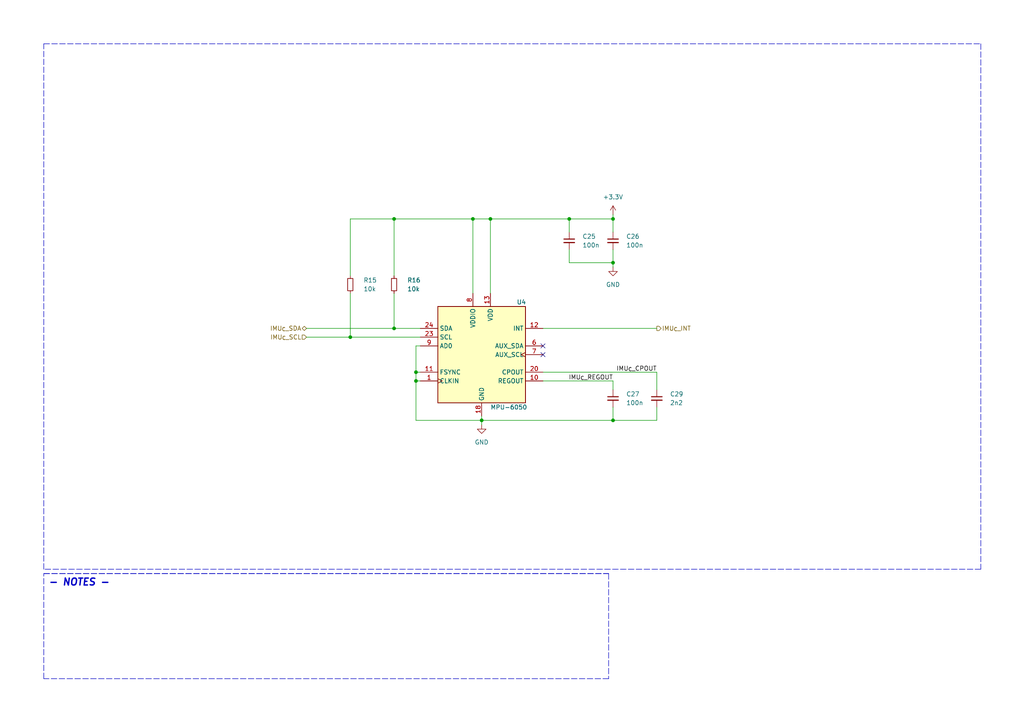
<source format=kicad_sch>
(kicad_sch (version 20211123) (generator eeschema)
  (paper "A4")
  (title_block (title "Caliban") (date "2023-02-25") (rev "A"))
  (lib_symbols
    (symbol "Device:C_Small" (pin_numbers hide) (pin_names (offset 0.254) hide)
      (property "Reference" "C" (at 0.254 1.778 0))
      (property "Value" "C_Small" (at 0.254 -2.032 0))
      (symbol "C_Small_0_1"
        (polyline (pts (xy -1.524 -0.508) (xy 1.524 -0.508)) (stroke (width 0.3302)))
        (polyline (pts (xy -1.524 0.508) (xy 1.524 0.508)) (stroke (width 0.3048)))
      )
      (symbol "C_Small_1_1"
        (pin passive line (at 0 2.54 270) (length 2.032) (name "~") (number "1"))
        (pin passive line (at 0 -2.54 90) (length 2.032) (name "~") (number "2"))
      )
    )
    (symbol "Device:R_Small" (pin_numbers hide) (pin_names (offset 0.254) hide)
      (property "Reference" "R" (at 0.762 0.508 0))
      (property "Value" "R_Small" (at 0.762 -1.016 0))
      (symbol "R_Small_0_1"
        (rectangle (start -0.762 1.778) (end 0.762 -1.778) (stroke (width 0.2032)))
      )
      (symbol "R_Small_1_1"
        (pin passive line (at 0 2.54 270) (length 0.762) (name "~") (number "1"))
        (pin passive line (at 0 -2.54 90) (length 0.762) (name "~") (number "2"))
      )
    )
    (symbol "Sensor_Motion:MPU-6050"
      (property "Reference" "U" (at -11.43 13.97 0))
      (property "Value" "MPU-6050" (at 7.62 -15.24 0))
      (symbol "MPU-6050_0_0"
        (text "" (at 12.7 -2.54 0) (effects (font (size 1.27 1.27))))
      )
      (symbol "MPU-6050_0_1"
        (rectangle (start -12.7 13.97) (end 12.7 -13.97) (stroke (width 0.254)) (fill (type background)))
      )
      (symbol "MPU-6050_1_1"
        (pin input clock (at -17.78 -7.62 0) (length 5.08) (name "CLKIN") (number "1"))
        (pin passive line (at 17.78 -7.62 180) (length 5.08) (name "REGOUT") (number "10"))
        (pin input line (at -17.78 -5.08 0) (length 5.08) (name "FSYNC") (number "11"))
        (pin output line (at 17.78 7.62 180) (length 5.08) (name "INT") (number "12"))
        (pin power_in line (at 2.54 17.78 270) (length 3.81) (name "VDD") (number "13"))
        (pin no_connect line (at -12.7 -10.16 0) (length 2.54) hide (name "NC") (number "14"))
        (pin no_connect line (at 12.7 12.7 180) (length 2.54) hide (name "NC") (number "15"))
        (pin no_connect line (at 12.7 10.16 180) (length 2.54) hide (name "NC") (number "16"))
        (pin no_connect line (at 12.7 5.08 180) (length 2.54) hide (name "NC") (number "17"))
        (pin power_in line (at 0 -17.78 90) (length 3.81) (name "GND") (number "18"))
        (pin no_connect line (at 12.7 -10.16 180) (length 2.54) hide (name "NC") (number "19"))
        (pin no_connect line (at -12.7 12.7 0) (length 2.54) hide (name "NC") (number "2"))
        (pin passive line (at 17.78 -5.08 180) (length 5.08) (name "CPOUT") (number "20"))
        (pin no_connect line (at 12.7 -2.54 180) (length 2.54) hide (name "NC") (number "21"))
        (pin no_connect line (at 12.7 -12.7 180) (length 2.54) hide (name "NC") (number "22"))
        (pin input line (at -17.78 5.08 0) (length 5.08) (name "SCL") (number "23"))
        (pin bidirectional line (at -17.78 7.62 0) (length 5.08) (name "SDA") (number "24"))
        (pin no_connect line (at -12.7 10.16 0) (length 2.54) hide (name "NC") (number "3"))
        (pin no_connect line (at -12.7 0 0) (length 2.54) hide (name "NC") (number "4"))
        (pin no_connect line (at -12.7 -2.54 0) (length 2.54) hide (name "NC") (number "5"))
        (pin bidirectional line (at 17.78 2.54 180) (length 5.08) (name "AUX_SDA") (number "6"))
        (pin output clock (at 17.78 0 180) (length 5.08) (name "AUX_SCL") (number "7"))
        (pin power_in line (at -2.54 17.78 270) (length 3.81) (name "VDDIO") (number "8"))
        (pin input line (at -17.78 2.54 0) (length 5.08) (name "AD0") (number "9"))
      )
    )
    (symbol "power:+3.3V" (power) (pin_names (offset 0))
      (property "Value" "+3.3V" (at 0 3.556 0))
      (symbol "+3.3V_0_1"
        (polyline (pts (xy -0.762 1.27) (xy 0 2.54)))
        (polyline (pts (xy 0 0) (xy 0 2.54)))
        (polyline (pts (xy 0 2.54) (xy 0.762 1.27)))
      )
      (symbol "+3.3V_1_1"
        (pin power_in line (at 0 0 90) (length 0) hide (name "+3.3V") (number "1"))
      )
    )
    (symbol "power:GND" (power) (pin_names (offset 0))
      (property "Value" "GND" (at 0 -3.81 0))
      (symbol "GND_0_1"
        (polyline (pts (xy 0 0) (xy 0 -1.27) (xy 1.27 -1.27) (xy 0 -2.54) (xy -1.27 -1.27) (xy 0 -1.27)))
      )
      (symbol "GND_1_1"
        (pin power_in line (at 0 0 270) (length 0) hide (name "GND") (number "1"))
      )
    )
  )
  (junction (at 142.24 63.5))
  (junction (at 177.8 63.5))
  (junction (at 137.16 63.5))
  (junction (at 120.65 107.95))
  (junction (at 114.3 95.25))
  (junction (at 177.8 76.2))
  (junction (at 114.3 63.5))
  (junction (at 165.1 63.5))
  (junction (at 101.6 97.79))
  (junction (at 120.65 110.49))
  (junction (at 177.8 121.92))
  (junction (at 139.7 121.92))
  (no_connect (at 157.48 102.87))
  (no_connect (at 157.48 100.33))
  (wire (pts (xy 101.6 80.01) (xy 101.6 63.5)))
  (polyline (pts (xy 176.53 166.37) (xy 176.53 196.85)))
  (wire (pts (xy 142.24 63.5) (xy 142.24 85.09)))
  (wire (pts (xy 177.8 62.23) (xy 177.8 63.5)))
  (wire (pts (xy 121.92 107.95) (xy 120.65 107.95)))
  (wire (pts (xy 101.6 63.5) (xy 114.3 63.5)))
  (wire (pts (xy 114.3 63.5) (xy 137.16 63.5)))
  (wire (pts (xy 177.8 67.31) (xy 177.8 63.5)))
  (wire (pts (xy 101.6 85.09) (xy 101.6 97.79)))
  (wire (pts (xy 190.5 118.11) (xy 190.5 121.92)))
  (polyline (pts (xy 12.7 165.1) (xy 12.7 12.7)))
  (wire (pts (xy 165.1 67.31) (xy 165.1 63.5)))
  (wire (pts (xy 165.1 72.39) (xy 165.1 76.2)))
  (polyline (pts (xy 12.7 166.37) (xy 176.53 166.37)))
  (wire (pts (xy 165.1 76.2) (xy 177.8 76.2)))
  (polyline (pts (xy 284.48 165.1) (xy 12.7 165.1)))
  (wire (pts (xy 114.3 85.09) (xy 114.3 95.25)))
  (wire (pts (xy 139.7 121.92) (xy 177.8 121.92)))
  (wire (pts (xy 177.8 72.39) (xy 177.8 76.2)))
  (polyline (pts (xy 284.48 12.7) (xy 284.48 165.1)))
  (wire (pts (xy 101.6 97.79) (xy 121.92 97.79)))
  (wire (pts (xy 177.8 121.92) (xy 177.8 118.11)))
  (polyline (pts (xy 12.7 166.37) (xy 176.53 166.37)))
  (wire (pts (xy 120.65 110.49) (xy 121.92 110.49)))
  (polyline (pts (xy 12.7 196.85) (xy 12.7 166.37)))
  (wire (pts (xy 139.7 121.92) (xy 139.7 123.19)))
  (wire (pts (xy 114.3 80.01) (xy 114.3 63.5)))
  (wire (pts (xy 177.8 113.03) (xy 177.8 110.49)))
  (wire (pts (xy 137.16 63.5) (xy 137.16 85.09)))
  (wire (pts (xy 121.92 100.33) (xy 120.65 100.33)))
  (wire (pts (xy 177.8 76.2) (xy 177.8 77.47)))
  (wire (pts (xy 190.5 107.95) (xy 157.48 107.95)))
  (wire (pts (xy 120.65 110.49) (xy 120.65 121.92)))
  (wire (pts (xy 190.5 113.03) (xy 190.5 107.95)))
  (wire (pts (xy 88.9 95.25) (xy 114.3 95.25)))
  (wire (pts (xy 120.65 121.92) (xy 139.7 121.92)))
  (wire (pts (xy 114.3 95.25) (xy 121.92 95.25)))
  (wire (pts (xy 142.24 63.5) (xy 165.1 63.5)))
  (wire (pts (xy 165.1 63.5) (xy 177.8 63.5)))
  (wire (pts (xy 157.48 95.25) (xy 190.5 95.25)))
  (wire (pts (xy 139.7 121.92) (xy 139.7 120.65)))
  (wire (pts (xy 157.48 110.49) (xy 177.8 110.49)))
  (wire (pts (xy 120.65 107.95) (xy 120.65 110.49)))
  (polyline (pts (xy 176.53 196.85) (xy 12.7 196.85)))
  (wire (pts (xy 137.16 63.5) (xy 142.24 63.5)))
  (wire (pts (xy 177.8 121.92) (xy 190.5 121.92)))
  (wire (pts (xy 120.65 100.33) (xy 120.65 107.95)))
  (polyline (pts (xy 12.7 12.7) (xy 284.48 12.7)))
  (wire (pts (xy 88.9 97.79) (xy 101.6 97.79)))
  (text "- NOTES -" (at 13.97 170.18 0) (effects (font (size 2 2) (thickness 0.4) bold italic) (justify left bottom)))
  (label "IMU_{C}_REGOUT" (at 177.8 110.49 180))
  (label "IMU_{C}_CPOUT" (at 190.5 107.95 180))
  (hierarchical_label "IMU_{C}_SDA" (shape bidirectional) (at 88.9 95.25 180))
  (hierarchical_label "IMU_{C}_INT" (shape output) (at 190.5 95.25 0))
  (hierarchical_label "IMU_{C}_SCL" (shape input) (at 88.9 97.79 180))
  (symbol (lib_id "Sensor_Motion:MPU-6050") (at 139.7 102.87 0) (unit 1)
    (property "Reference" "U4" (at 149.86 87.63 0) (effects (justify left)))
    (property "Value" "MPU-6050" (at 142.24 118.11 0) (effects (justify left)))
    (property "Footprint" "Sensor_Motion:InvenSense_QFN-24_4x4mm_P0.5mm" (effects hide))
    (property "Datasheet" "https://store.invensense.com/datasheets/invensense/MPU-6050_DataSheet_V3%204.pdf" (effects hide))
  )
  (symbol (lib_id "Device:R_Small") (at 101.6 82.55 0) (unit 1)
    (property "Reference" "R15" (at 105.41 81.2799 0) (effects (justify left)))
    (property "Value" "10k" (at 105.41 83.8199 0) (effects (justify left)))
    (property "Footprint" "Resistor_SMD:R_0402_1005Metric_Pad0.72x0.64mm_HandSolder" (effects hide))
  )
  (symbol (lib_id "Device:C_Small") (at 190.5 115.57 0) (unit 1)
    (property "Reference" "C29" (at 194.31 114.3062 0) (effects (justify left)))
    (property "Value" "2n2" (at 194.31 116.8462 0) (effects (justify left)))
    (property "Footprint" "Capacitor_SMD:C_0402_1005Metric_Pad0.74x0.62mm_HandSolder" (effects hide))
  )
  (symbol (lib_id "Device:C_Small") (at 177.8 69.85 0) (unit 1)
    (property "Reference" "C26" (at 181.61 68.5862 0) (effects (justify left)))
    (property "Value" "100n" (at 181.61 71.1262 0) (effects (justify left)))
    (property "Footprint" "Capacitor_SMD:C_0402_1005Metric_Pad0.74x0.62mm_HandSolder" (effects hide))
  )
  (symbol (lib_id "power:GND") (at 177.8 77.47 0) (unit 1)
    (property "Reference" "#PWR0129" (effects hide))
    (property "Value" "GND" (at 177.8 82.55 0))
  )
  (symbol (lib_id "Device:C_Small") (at 165.1 69.85 0) (unit 1)
    (property "Reference" "C25" (at 168.91 68.5862 0) (effects (justify left)))
    (property "Value" "100n" (at 168.91 71.1262 0) (effects (justify left)))
    (property "Footprint" "Capacitor_SMD:C_0402_1005Metric_Pad0.74x0.62mm_HandSolder" (effects hide))
  )
  (symbol (lib_id "Device:R_Small") (at 114.3 82.55 0) (unit 1)
    (property "Reference" "R16" (at 118.11 81.2799 0) (effects (justify left)))
    (property "Value" "10k" (at 118.11 83.8199 0) (effects (justify left)))
    (property "Footprint" "Resistor_SMD:R_0402_1005Metric_Pad0.72x0.64mm_HandSolder" (effects hide))
  )
  (symbol (lib_id "power:GND") (at 139.7 123.19 0) (unit 1)
    (property "Reference" "#PWR0131" (effects hide))
    (property "Value" "GND" (at 139.7 128.27 0))
  )
  (symbol (lib_id "Device:C_Small") (at 177.8 115.57 0) (unit 1)
    (property "Reference" "C27" (at 181.61 114.3062 0) (effects (justify left)))
    (property "Value" "100n" (at 181.61 116.8462 0) (effects (justify left)))
    (property "Footprint" "Capacitor_SMD:C_0402_1005Metric_Pad0.74x0.62mm_HandSolder" (effects hide))
  )
  (symbol (lib_id "power:+3.3V") (at 177.8 62.23 0) (unit 1)
    (property "Reference" "#PWR0130" (effects hide))
    (property "Value" "+3.3V" (at 177.8 57.15 0))
  )
)
</source>
